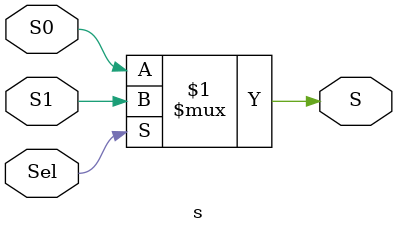
<source format=v>
`timescale 1ns / 1ps

module s(
	input wire S0,
	input wire S1,
	input wire Sel,
	output wire S
	);

	assign S = Sel ? S1 : S0;

endmodule

</source>
